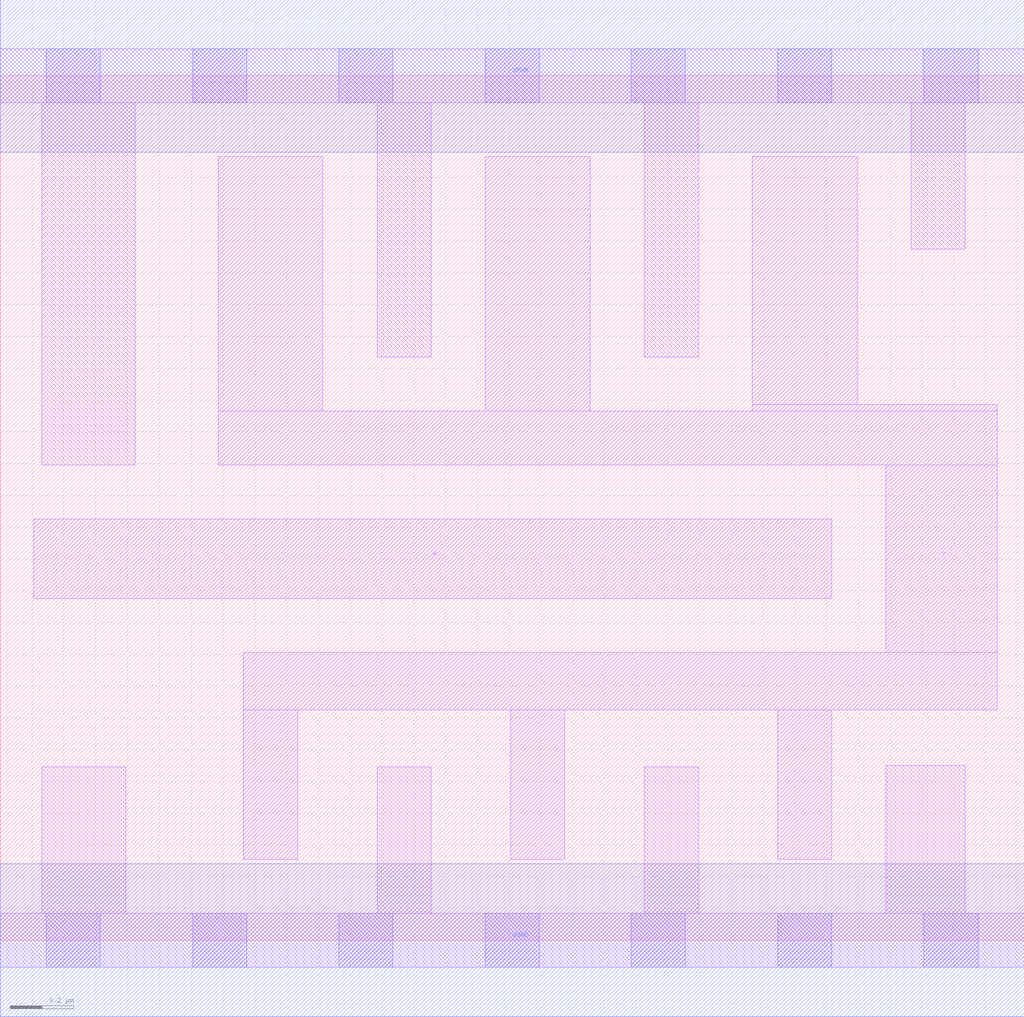
<source format=lef>
# Copyright 2020 The SkyWater PDK Authors
#
# Licensed under the Apache License, Version 2.0 (the "License");
# you may not use this file except in compliance with the License.
# You may obtain a copy of the License at
#
#     https://www.apache.org/licenses/LICENSE-2.0
#
# Unless required by applicable law or agreed to in writing, software
# distributed under the License is distributed on an "AS IS" BASIS,
# WITHOUT WARRANTIES OR CONDITIONS OF ANY KIND, either express or implied.
# See the License for the specific language governing permissions and
# limitations under the License.
#
# SPDX-License-Identifier: Apache-2.0

VERSION 5.7 ;
  NAMESCASESENSITIVE ON ;
  NOWIREEXTENSIONATPIN ON ;
  DIVIDERCHAR "/" ;
  BUSBITCHARS "[]" ;
UNITS
  DATABASE MICRONS 200 ;
END UNITS
MACRO sky130_fd_sc_hd__inv_6
  CLASS CORE ;
  SOURCE USER ;
  FOREIGN sky130_fd_sc_hd__inv_6 ;
  ORIGIN  0.000000  0.000000 ;
  SIZE  3.220000 BY  2.720000 ;
  SYMMETRY X Y R90 ;
  SITE unithd ;
  PIN A
    ANTENNAGATEAREA  1.485000 ;
    DIRECTION INPUT ;
    USE SIGNAL ;
    PORT
      LAYER li1 ;
        RECT 0.105000 1.075000 2.615000 1.325000 ;
    END
  END A
  PIN Y
    ANTENNADIFFAREA  1.336500 ;
    DIRECTION OUTPUT ;
    USE SIGNAL ;
    PORT
      LAYER li1 ;
        RECT 0.685000 1.495000 3.135000 1.665000 ;
        RECT 0.685000 1.665000 1.015000 2.465000 ;
        RECT 0.765000 0.255000 0.935000 0.725000 ;
        RECT 0.765000 0.725000 3.135000 0.905000 ;
        RECT 1.525000 1.665000 1.855000 2.465000 ;
        RECT 1.605000 0.255000 1.775000 0.725000 ;
        RECT 2.365000 1.665000 3.135000 1.685000 ;
        RECT 2.365000 1.685000 2.695000 2.465000 ;
        RECT 2.445000 0.255000 2.615000 0.725000 ;
        RECT 2.785000 0.905000 3.135000 1.495000 ;
    END
  END Y
  PIN VGND
    DIRECTION INOUT ;
    SHAPE ABUTMENT ;
    USE GROUND ;
    PORT
      LAYER met1 ;
        RECT 0.000000 -0.240000 3.220000 0.240000 ;
    END
  END VGND
  PIN VPWR
    DIRECTION INOUT ;
    SHAPE ABUTMENT ;
    USE POWER ;
    PORT
      LAYER met1 ;
        RECT 0.000000 2.480000 3.220000 2.960000 ;
    END
  END VPWR
  OBS
    LAYER li1 ;
      RECT 0.000000 -0.085000 3.220000 0.085000 ;
      RECT 0.000000  2.635000 3.220000 2.805000 ;
      RECT 0.130000  0.085000 0.395000 0.545000 ;
      RECT 0.130000  1.495000 0.425000 2.635000 ;
      RECT 1.185000  0.085000 1.355000 0.545000 ;
      RECT 1.185000  1.835000 1.355000 2.635000 ;
      RECT 2.025000  0.085000 2.195000 0.545000 ;
      RECT 2.025000  1.835000 2.195000 2.635000 ;
      RECT 2.785000  0.085000 3.035000 0.550000 ;
      RECT 2.865000  2.175000 3.035000 2.635000 ;
    LAYER mcon ;
      RECT 0.145000 -0.085000 0.315000 0.085000 ;
      RECT 0.145000  2.635000 0.315000 2.805000 ;
      RECT 0.605000 -0.085000 0.775000 0.085000 ;
      RECT 0.605000  2.635000 0.775000 2.805000 ;
      RECT 1.065000 -0.085000 1.235000 0.085000 ;
      RECT 1.065000  2.635000 1.235000 2.805000 ;
      RECT 1.525000 -0.085000 1.695000 0.085000 ;
      RECT 1.525000  2.635000 1.695000 2.805000 ;
      RECT 1.985000 -0.085000 2.155000 0.085000 ;
      RECT 1.985000  2.635000 2.155000 2.805000 ;
      RECT 2.445000 -0.085000 2.615000 0.085000 ;
      RECT 2.445000  2.635000 2.615000 2.805000 ;
      RECT 2.905000 -0.085000 3.075000 0.085000 ;
      RECT 2.905000  2.635000 3.075000 2.805000 ;
  END
END sky130_fd_sc_hd__inv_6
END LIBRARY

</source>
